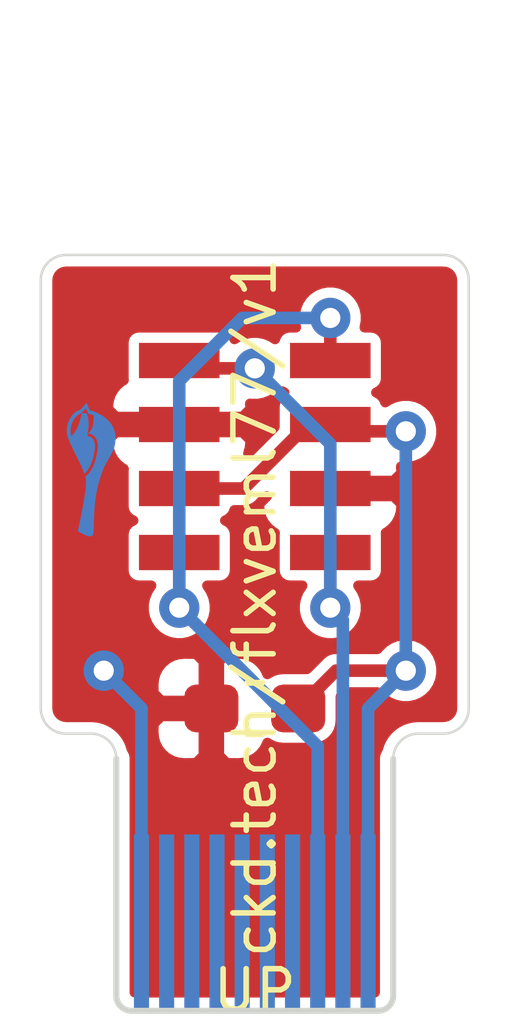
<source format=kicad_pcb>
(kicad_pcb (version 20171130) (host pcbnew 5.1.9)

  (general
    (thickness 1.6)
    (drawings 12)
    (tracks 33)
    (zones 0)
    (modules 5)
    (nets 11)
  )

  (page A4)
  (layers
    (0 F.Cu signal)
    (31 B.Cu signal)
    (32 B.Adhes user)
    (33 F.Adhes user)
    (34 B.Paste user)
    (35 F.Paste user)
    (36 B.SilkS user)
    (37 F.SilkS user)
    (38 B.Mask user)
    (39 F.Mask user)
    (40 Dwgs.User user)
    (41 Cmts.User user)
    (42 Eco1.User user)
    (43 Eco2.User user)
    (44 Edge.Cuts user)
    (45 Margin user)
    (46 B.CrtYd user)
    (47 F.CrtYd user)
    (48 B.Fab user)
    (49 F.Fab user)
  )

  (setup
    (last_trace_width 0.25)
    (trace_clearance 0.2)
    (zone_clearance 0.2032)
    (zone_45_only no)
    (trace_min 0.2)
    (via_size 0.8)
    (via_drill 0.4)
    (via_min_size 0.4)
    (via_min_drill 0.3)
    (uvia_size 0.3)
    (uvia_drill 0.1)
    (uvias_allowed no)
    (uvia_min_size 0.2)
    (uvia_min_drill 0.1)
    (edge_width 0.05)
    (segment_width 0.2)
    (pcb_text_width 0.3)
    (pcb_text_size 1.5 1.5)
    (mod_edge_width 0.12)
    (mod_text_size 1 1)
    (mod_text_width 0.15)
    (pad_size 1.524 1.524)
    (pad_drill 0.762)
    (pad_to_mask_clearance 0)
    (aux_axis_origin 0 0)
    (visible_elements FFFFFF7F)
    (pcbplotparams
      (layerselection 0x010fc_ffffffff)
      (usegerberextensions false)
      (usegerberattributes true)
      (usegerberadvancedattributes true)
      (creategerberjobfile true)
      (excludeedgelayer true)
      (linewidth 0.100000)
      (plotframeref false)
      (viasonmask false)
      (mode 1)
      (useauxorigin false)
      (hpglpennumber 1)
      (hpglpenspeed 20)
      (hpglpendiameter 15.000000)
      (psnegative false)
      (psa4output false)
      (plotreference true)
      (plotvalue true)
      (plotinvisibletext false)
      (padsonsilk false)
      (subtractmaskfromsilk false)
      (outputformat 1)
      (mirror false)
      (drillshape 1)
      (scaleselection 1)
      (outputdirectory ""))
  )

  (net 0 "")
  (net 1 GND)
  (net 2 +3V3)
  (net 3 /SDA)
  (net 4 /SCL)
  (net 5 "Net-(J1-Pad7)")
  (net 6 "Net-(J1-Pad6)")
  (net 7 "Net-(J1-Pad5)")
  (net 8 "Net-(J1-Pad4)")
  (net 9 "Net-(J1-Pad3)")
  (net 10 "Net-(J1-Pad2)")

  (net_class Default "This is the default net class."
    (clearance 0.2)
    (trace_width 0.25)
    (via_dia 0.8)
    (via_drill 0.4)
    (uvia_dia 0.3)
    (uvia_drill 0.1)
    (add_net +3V3)
    (add_net /SCL)
    (add_net /SDA)
    (add_net GND)
    (add_net "Net-(J1-Pad2)")
    (add_net "Net-(J1-Pad3)")
    (add_net "Net-(J1-Pad4)")
    (add_net "Net-(J1-Pad5)")
    (add_net "Net-(J1-Pad6)")
    (add_net "Net-(J1-Pad7)")
  )

  (module chickadee:chickadee_1mm_fcu (layer B.Cu) (tedit 0) (tstamp 602B3EE0)
    (at 151.75 137.25 270)
    (fp_text reference G*** (at 0 0 90) (layer B.SilkS) hide
      (effects (font (size 1.524 1.524) (thickness 0.3)) (justify mirror))
    )
    (fp_text value LOGO (at 0.75 0 90) (layer B.SilkS) hide
      (effects (font (size 1.524 1.524) (thickness 0.3)) (justify mirror))
    )
    (fp_poly (pts (xy -0.751055 0.478262) (xy -0.740197 0.47809) (xy -0.730723 0.47773) (xy -0.722118 0.477141)
      (xy -0.713865 0.47628) (xy -0.70545 0.475105) (xy -0.696354 0.473575) (xy -0.688824 0.472178)
      (xy -0.668645 0.467802) (xy -0.647697 0.462293) (xy -0.626971 0.455938) (xy -0.607454 0.449022)
      (xy -0.603553 0.447505) (xy -0.588749 0.44161) (xy -0.57422 0.435735) (xy -0.559834 0.429816)
      (xy -0.545459 0.423793) (xy -0.53096 0.417604) (xy -0.516205 0.411186) (xy -0.501061 0.404479)
      (xy -0.485395 0.397419) (xy -0.469075 0.389946) (xy -0.451967 0.381996) (xy -0.433938 0.37351)
      (xy -0.414856 0.364424) (xy -0.394588 0.354676) (xy -0.373001 0.344206) (xy -0.349961 0.33295)
      (xy -0.325337 0.320848) (xy -0.298994 0.307837) (xy -0.270801 0.293855) (xy -0.240623 0.278841)
      (xy -0.232834 0.274959) (xy -0.20683 0.262019) (xy -0.1828 0.250113) (xy -0.160573 0.239163)
      (xy -0.139975 0.229088) (xy -0.120835 0.219809) (xy -0.102979 0.211246) (xy -0.086235 0.20332)
      (xy -0.07043 0.195951) (xy -0.055393 0.189059) (xy -0.040951 0.182566) (xy -0.02693 0.17639)
      (xy -0.013159 0.170453) (xy 0.000534 0.164675) (xy 0.014324 0.158976) (xy 0.02838 0.153277)
      (xy 0.042878 0.147498) (xy 0.045892 0.146307) (xy 0.05462 0.14283) (xy 0.062601 0.139584)
      (xy 0.06956 0.136687) (xy 0.075225 0.134254) (xy 0.079322 0.132403) (xy 0.081579 0.131249)
      (xy 0.081934 0.130963) (xy 0.081281 0.129584) (xy 0.07909 0.126875) (xy 0.075635 0.123103)
      (xy 0.071192 0.118538) (xy 0.066037 0.113451) (xy 0.060445 0.108109) (xy 0.05469 0.102784)
      (xy 0.049048 0.097743) (xy 0.043794 0.093257) (xy 0.041602 0.091469) (xy 0.016105 0.072406)
      (xy -0.011573 0.054311) (xy -0.041388 0.037201) (xy -0.073297 0.021095) (xy -0.107257 0.006011)
      (xy -0.143223 -0.008033) (xy -0.181152 -0.02102) (xy -0.221001 -0.032931) (xy -0.262726 -0.043748)
      (xy -0.306283 -0.053453) (xy -0.313267 -0.054872) (xy -0.343166 -0.060463) (xy -0.371156 -0.064855)
      (xy -0.397423 -0.068061) (xy -0.422151 -0.070093) (xy -0.445525 -0.070965) (xy -0.467729 -0.070691)
      (xy -0.488949 -0.069283) (xy -0.498813 -0.068212) (xy -0.521261 -0.064581) (xy -0.541954 -0.059417)
      (xy -0.560863 -0.052737) (xy -0.577961 -0.044558) (xy -0.593218 -0.034896) (xy -0.606606 -0.023767)
      (xy -0.618098 -0.011189) (xy -0.627664 0.002822) (xy -0.63124 0.009407) (xy -0.635566 0.018965)
      (xy -0.639065 0.029004) (xy -0.641871 0.040027) (xy -0.644115 0.052536) (xy -0.645611 0.064095)
      (xy -0.646492 0.071948) (xy -0.670077 0.074004) (xy -0.677448 0.074643) (xy -0.684042 0.075209)
      (xy -0.689461 0.075667) (xy -0.693306 0.075984) (xy -0.695181 0.076127) (xy -0.695245 0.07613)
      (xy -0.696266 0.076844) (xy -0.696114 0.077357) (xy -0.696736 0.077875) (xy -0.699043 0.078007)
      (xy -0.70234 0.077811) (xy -0.705932 0.077344) (xy -0.709125 0.076664) (xy -0.710595 0.076163)
      (xy -0.712484 0.075643) (xy -0.71636 0.074799) (xy -0.721828 0.073712) (xy -0.728489 0.072458)
      (xy -0.735947 0.071116) (xy -0.73781 0.07079) (xy -0.765748 0.066159) (xy -0.79229 0.06226)
      (xy -0.818309 0.058976) (xy -0.844674 0.056191) (xy -0.852715 0.055442) (xy -0.860405 0.054896)
      (xy -0.869732 0.054473) (xy -0.880234 0.054174) (xy -0.891446 0.053999) (xy -0.902904 0.053948)
      (xy -0.914147 0.054021) (xy -0.92471 0.054219) (xy -0.93413 0.054542) (xy -0.941943 0.054989)
      (xy -0.946453 0.055405) (xy -0.971422 0.058715) (xy -0.995716 0.062791) (xy -1.019977 0.067766)
      (xy -1.044848 0.073775) (xy -1.070973 0.080952) (xy -1.076278 0.082502) (xy -1.084026 0.08483)
      (xy -1.089736 0.086663) (xy -1.093707 0.088122) (xy -1.096243 0.089327) (xy -1.097643 0.090398)
      (xy -1.098139 0.091211) (xy -1.098467 0.092964) (xy -1.099006 0.096836) (xy -1.099722 0.10254)
      (xy -1.10058 0.109789) (xy -1.101547 0.118296) (xy -1.102589 0.127772) (xy -1.103648 0.137709)
      (xy -1.10488 0.149597) (xy -1.105842 0.159286) (xy -1.10655 0.166979) (xy -1.107016 0.172878)
      (xy -1.107256 0.177189) (xy -1.107282 0.180112) (xy -1.107109 0.181853) (xy -1.10675 0.182614)
      (xy -1.106718 0.182636) (xy -1.104591 0.183421) (xy -1.101215 0.184189) (xy -1.100198 0.18436)
      (xy -1.096342 0.185056) (xy -1.090496 0.186241) (xy -1.08302 0.187834) (xy -1.074275 0.189753)
      (xy -1.06462 0.191915) (xy -1.054418 0.194239) (xy -1.044027 0.196642) (xy -1.033809 0.199043)
      (xy -1.024123 0.20136) (xy -1.015331 0.203511) (xy -1.008743 0.205168) (xy -0.973556 0.214549)
      (xy -0.940645 0.224093) (xy -0.90987 0.233848) (xy -0.881091 0.24386) (xy -0.854167 0.254177)
      (xy -0.828959 0.264846) (xy -0.824895 0.26667) (xy -0.800664 0.278482) (xy -0.775989 0.292107)
      (xy -0.751459 0.307169) (xy -0.727664 0.323292) (xy -0.705192 0.340102) (xy -0.690034 0.352531)
      (xy -0.683978 0.357798) (xy -0.677692 0.363425) (xy -0.671423 0.369174) (xy -0.665415 0.374808)
      (xy -0.659915 0.380091) (xy -0.655168 0.384786) (xy -0.65142 0.388655) (xy -0.648916 0.391462)
      (xy -0.647903 0.392969) (xy -0.647925 0.393131) (xy -0.649695 0.394005) (xy -0.653455 0.395334)
      (xy -0.65884 0.397014) (xy -0.665488 0.398936) (xy -0.673035 0.400993) (xy -0.681118 0.403078)
      (xy -0.684591 0.403938) (xy -0.708558 0.408878) (xy -0.732627 0.411967) (xy -0.757032 0.4132)
      (xy -0.782007 0.41257) (xy -0.807787 0.410072) (xy -0.834605 0.405698) (xy -0.862698 0.399443)
      (xy -0.863366 0.399276) (xy -0.891925 0.391136) (xy -0.919308 0.38139) (xy -0.945414 0.370115)
      (xy -0.970139 0.35739) (xy -0.993384 0.343295) (xy -1.015047 0.327907) (xy -1.035025 0.311306)
      (xy -1.053219 0.293571) (xy -1.069526 0.27478) (xy -1.083845 0.255012) (xy -1.096074 0.234346)
      (xy -1.106113 0.21286) (xy -1.107314 0.209852) (xy -1.111098 0.200176) (xy -1.161823 0.151899)
      (xy -1.171085 0.143077) (xy -1.17981 0.134752) (xy -1.187845 0.127072) (xy -1.195032 0.120187)
      (xy -1.201217 0.114246) (xy -1.206244 0.109399) (xy -1.209958 0.105796) (xy -1.212202 0.103584)
      (xy -1.212838 0.102913) (xy -1.211825 0.102298) (xy -1.208807 0.1008) (xy -1.203992 0.098515)
      (xy -1.197588 0.095538) (xy -1.189803 0.091966) (xy -1.180843 0.087894) (xy -1.170918 0.083418)
      (xy -1.160235 0.078633) (xy -1.15768 0.077494) (xy -1.102232 0.052782) (xy -1.096459 0.032136)
      (xy -1.09368 0.02255) (xy -1.090305 0.011471) (xy -1.086544 -0.000459) (xy -1.082605 -0.012597)
      (xy -1.078695 -0.024301) (xy -1.075024 -0.034927) (xy -1.071939 -0.043459) (xy -1.070071 -0.048152)
      (xy -1.068522 -0.051057) (xy -1.066925 -0.052708) (xy -1.064973 -0.05362) (xy -1.062469 -0.05402)
      (xy -1.057902 -0.054341) (xy -1.051625 -0.054586) (xy -1.043993 -0.054753) (xy -1.03536 -0.054845)
      (xy -1.026079 -0.054862) (xy -1.016506 -0.054804) (xy -1.006993 -0.054672) (xy -0.997896 -0.054468)
      (xy -0.989567 -0.054192) (xy -0.982362 -0.053844) (xy -0.976691 -0.053431) (xy -0.920825 -0.047387)
      (xy -0.886581 -0.042801) (xy -0.871934 -0.040594) (xy -0.859311 -0.038434) (xy -0.84832 -0.036214)
      (xy -0.838572 -0.033826) (xy -0.829675 -0.031165) (xy -0.821239 -0.028123) (xy -0.812873 -0.024592)
      (xy -0.804186 -0.020466) (xy -0.803124 -0.019936) (xy -0.783962 -0.009126) (xy -0.765171 0.003847)
      (xy -0.747066 0.018724) (xy -0.729964 0.035249) (xy -0.716319 0.05056) (xy -0.709991 0.058183)
      (xy -0.709991 0.054007) (xy -0.709644 0.048906) (xy -0.708688 0.0421) (xy -0.707244 0.034188)
      (xy -0.705437 0.025769) (xy -0.703389 0.017443) (xy -0.701225 0.00981) (xy -0.700298 0.006914)
      (xy -0.692278 -0.013452) (xy -0.682339 -0.032358) (xy -0.670511 -0.049779) (xy -0.656825 -0.065687)
      (xy -0.64131 -0.080055) (xy -0.623997 -0.092858) (xy -0.604916 -0.104068) (xy -0.584098 -0.113659)
      (xy -0.561572 -0.121604) (xy -0.551543 -0.124461) (xy -0.53363 -0.128669) (xy -0.515193 -0.13186)
      (xy -0.495797 -0.134083) (xy -0.475006 -0.135387) (xy -0.452386 -0.135823) (xy -0.451757 -0.135823)
      (xy -0.434211 -0.135614) (xy -0.417169 -0.134964) (xy -0.400234 -0.133829) (xy -0.383009 -0.132163)
      (xy -0.365099 -0.129922) (xy -0.346105 -0.127063) (xy -0.325633 -0.12354) (xy -0.303284 -0.119309)
      (xy -0.301776 -0.119012) (xy -0.259453 -0.109967) (xy -0.218482 -0.099807) (xy -0.178944 -0.088571)
      (xy -0.140924 -0.076295) (xy -0.104503 -0.063018) (xy -0.069763 -0.048776) (xy -0.036788 -0.033608)
      (xy -0.00566 -0.01755) (xy 0.023538 -0.000641) (xy 0.050725 0.017083) (xy 0.075816 0.035584)
      (xy 0.098731 0.054824) (xy 0.114905 0.070184) (xy 0.120437 0.075893) (xy 0.126094 0.081986)
      (xy 0.131319 0.087845) (xy 0.135552 0.092853) (xy 0.136676 0.094266) (xy 0.140136 0.098703)
      (xy 0.143204 0.102623) (xy 0.145471 0.105506) (xy 0.146352 0.106613) (xy 0.147293 0.107626)
      (xy 0.148435 0.108157) (xy 0.150288 0.108205) (xy 0.153363 0.107765) (xy 0.158172 0.106836)
      (xy 0.159657 0.106536) (xy 0.195236 0.100557) (xy 0.231034 0.096975) (xy 0.267112 0.095784)
      (xy 0.303528 0.096983) (xy 0.309033 0.097369) (xy 0.33794 0.099793) (xy 0.369079 0.10289)
      (xy 0.402365 0.106645) (xy 0.43771 0.111044) (xy 0.475028 0.116071) (xy 0.514232 0.121712)
      (xy 0.555236 0.127952) (xy 0.597954 0.134775) (xy 0.642299 0.142167) (xy 0.688184 0.150112)
      (xy 0.735522 0.158596) (xy 0.784229 0.167604) (xy 0.834216 0.177121) (xy 0.885397 0.187132)
      (xy 0.937686 0.197621) (xy 0.990997 0.208574) (xy 1.045242 0.219976) (xy 1.100336 0.231812)
      (xy 1.152676 0.243289) (xy 1.167931 0.246667) (xy 1.181034 0.249509) (xy 1.192203 0.251767)
      (xy 1.201653 0.253396) (xy 1.209604 0.25435) (xy 1.21627 0.254583) (xy 1.22187 0.254048)
      (xy 1.22662 0.252699) (xy 1.230737 0.25049) (xy 1.234439 0.247376) (xy 1.237943 0.243309)
      (xy 1.241464 0.238245) (xy 1.245221 0.232136) (xy 1.249431 0.224936) (xy 1.250898 0.222413)
      (xy 1.263676 0.199861) (xy 1.275653 0.17749) (xy 1.286693 0.155584) (xy 1.296661 0.134429)
      (xy 1.305422 0.114311) (xy 1.31284 0.095514) (xy 1.317593 0.081991) (xy 1.322894 0.064021)
      (xy 1.326568 0.047251) (xy 1.328625 0.03176) (xy 1.329075 0.017625) (xy 1.327926 0.004925)
      (xy 1.325189 -0.006261) (xy 1.320872 -0.015856) (xy 1.314984 -0.023781) (xy 1.307537 -0.029958)
      (xy 1.303928 -0.032021) (xy 1.300454 -0.033653) (xy 1.296665 -0.035151) (xy 1.292439 -0.036525)
      (xy 1.287653 -0.037786) (xy 1.282186 -0.038942) (xy 1.275913 -0.040003) (xy 1.268713 -0.04098)
      (xy 1.260463 -0.04188) (xy 1.251042 -0.042715) (xy 1.240325 -0.043494) (xy 1.228191 -0.044227)
      (xy 1.214517 -0.044922) (xy 1.199181 -0.04559) (xy 1.18206 -0.046241) (xy 1.163032 -0.046884)
      (xy 1.141974 -0.047529) (xy 1.118764 -0.048185) (xy 1.093279 -0.048862) (xy 1.088571 -0.048983)
      (xy 1.046716 -0.050128) (xy 1.007089 -0.051355) (xy 0.969499 -0.052676) (xy 0.933756 -0.054101)
      (xy 0.89967 -0.05564) (xy 0.867049 -0.057304) (xy 0.835705 -0.059104) (xy 0.805446 -0.06105)
      (xy 0.776082 -0.063153) (xy 0.747423 -0.065423) (xy 0.719279 -0.06787) (xy 0.691458 -0.070505)
      (xy 0.682171 -0.071433) (xy 0.638046 -0.076175) (xy 0.595372 -0.081351) (xy 0.553893 -0.087019)
      (xy 0.513353 -0.093237) (xy 0.473495 -0.100063) (xy 0.434062 -0.107556) (xy 0.394799 -0.115773)
      (xy 0.355447 -0.124772) (xy 0.315751 -0.134612) (xy 0.275454 -0.145351) (xy 0.234299 -0.157047)
      (xy 0.192031 -0.169758) (xy 0.148391 -0.183541) (xy 0.103124 -0.198456) (xy 0.067128 -0.210703)
      (xy 0.050033 -0.216706) (xy 0.033737 -0.22268) (xy 0.018009 -0.228737) (xy 0.00262 -0.234985)
      (xy -0.012659 -0.241535) (xy -0.028057 -0.248495) (xy -0.043805 -0.255977) (xy -0.060132 -0.26409)
      (xy -0.077267 -0.272943) (xy -0.09544 -0.282647) (xy -0.114881 -0.293311) (xy -0.135818 -0.305046)
      (xy -0.158481 -0.31796) (xy -0.165705 -0.322112) (xy -0.185804 -0.333676) (xy -0.203965 -0.344109)
      (xy -0.220343 -0.353494) (xy -0.23509 -0.361917) (xy -0.248361 -0.369461) (xy -0.260307 -0.376212)
      (xy -0.271084 -0.382255) (xy -0.280845 -0.387673) (xy -0.289742 -0.392552) (xy -0.29793 -0.396976)
      (xy -0.305562 -0.40103) (xy -0.312792 -0.404799) (xy -0.319772 -0.408367) (xy -0.326657 -0.411818)
      (xy -0.333599 -0.415239) (xy -0.340753 -0.418712) (xy -0.341381 -0.419015) (xy -0.364503 -0.429794)
      (xy -0.386315 -0.439138) (xy -0.407286 -0.447182) (xy -0.427889 -0.454061) (xy -0.448591 -0.459909)
      (xy -0.469865 -0.464861) (xy -0.492181 -0.46905) (xy -0.516008 -0.472613) (xy -0.538238 -0.475296)
      (xy -0.552291 -0.476585) (xy -0.568044 -0.4776) (xy -0.584792 -0.478321) (xy -0.60183 -0.478731)
      (xy -0.618453 -0.478811) (xy -0.633956 -0.478541) (xy -0.644072 -0.478117) (xy -0.671345 -0.475839)
      (xy -0.69893 -0.472026) (xy -0.726419 -0.46678) (xy -0.753406 -0.460204) (xy -0.779482 -0.4524)
      (xy -0.804241 -0.44347) (xy -0.827275 -0.433518) (xy -0.833483 -0.4305) (xy -0.861248 -0.415327)
      (xy -0.88841 -0.397854) (xy -0.914921 -0.378135) (xy -0.940733 -0.356223) (xy -0.965799 -0.332172)
      (xy -0.990071 -0.306038) (xy -1.0135 -0.277873) (xy -1.036038 -0.247732) (xy -1.057639 -0.215669)
      (xy -1.078253 -0.181738) (xy -1.097833 -0.145993) (xy -1.113293 -0.114926) (xy -1.11958 -0.101241)
      (xy -1.125622 -0.087059) (xy -1.131591 -0.071936) (xy -1.137662 -0.05543) (xy -1.144008 -0.037098)
      (xy -1.145498 -0.032657) (xy -1.148127 -0.024618) (xy -1.150906 -0.015845) (xy -1.153712 -0.006745)
      (xy -1.156426 0.002272) (xy -1.158926 0.010798) (xy -1.161091 0.018422) (xy -1.162802 0.024738)
      (xy -1.163936 0.029335) (xy -1.164214 0.030666) (xy -1.164957 0.03463) (xy -1.235111 0.062939)
      (xy -1.247447 0.067926) (xy -1.259106 0.072657) (xy -1.269898 0.077052) (xy -1.27963 0.081033)
      (xy -1.28811 0.084521) (xy -1.295147 0.087438) (xy -1.300548 0.089703) (xy -1.304123 0.091238)
      (xy -1.30568 0.091965) (xy -1.305731 0.092004) (xy -1.304928 0.092912) (xy -1.302459 0.095297)
      (xy -1.298465 0.09903) (xy -1.293088 0.103981) (xy -1.28647 0.11002) (xy -1.278753 0.117019)
      (xy -1.27008 0.124849) (xy -1.260592 0.133379) (xy -1.250432 0.142481) (xy -1.241731 0.150251)
      (xy -1.229382 0.161267) (xy -1.218715 0.170796) (xy -1.209601 0.17896) (xy -1.201915 0.185881)
      (xy -1.19553 0.191679) (xy -1.19032 0.196477) (xy -1.186157 0.200396) (xy -1.182916 0.203557)
      (xy -1.180469 0.206081) (xy -1.178691 0.20809) (xy -1.177454 0.209706) (xy -1.176632 0.21105)
      (xy -1.176099 0.212243) (xy -1.175728 0.213407) (xy -1.175665 0.213635) (xy -1.173467 0.220681)
      (xy -1.170347 0.229235) (xy -1.166551 0.238692) (xy -1.162329 0.248443) (xy -1.15793 0.257883)
      (xy -1.155669 0.262439) (xy -1.144544 0.282396) (xy -1.13178 0.301639) (xy -1.117143 0.320486)
      (xy -1.100401 0.339256) (xy -1.095894 0.343938) (xy -1.076863 0.362294) (xy -1.057224 0.378917)
      (xy -1.036565 0.394104) (xy -1.014474 0.408152) (xy -0.990538 0.421359) (xy -0.983343 0.424999)
      (xy -0.96001 0.435927) (xy -0.936691 0.44547) (xy -0.912965 0.453758) (xy -0.888409 0.460917)
      (xy -0.862604 0.467077) (xy -0.835128 0.472366) (xy -0.819196 0.474942) (xy -0.812395 0.475943)
      (xy -0.806454 0.47672) (xy -0.800894 0.477302) (xy -0.795236 0.477717) (xy -0.789003 0.477995)
      (xy -0.781715 0.478164) (xy -0.772895 0.478254) (xy -0.763815 0.478289) (xy -0.751055 0.478262)) (layer B.Cu) (width 0.01))
    (fp_poly (pts (xy -0.740218 0.506365) (xy -0.727246 0.505756) (xy -0.714938 0.504703) (xy -0.702716 0.50316)
      (xy -0.690001 0.501082) (xy -0.681416 0.499466) (xy -0.668742 0.496844) (xy -0.656651 0.494038)
      (xy -0.644785 0.490934) (xy -0.632786 0.487418) (xy -0.620294 0.483375) (xy -0.606953 0.478691)
      (xy -0.592402 0.473251) (xy -0.576284 0.466941) (xy -0.56409 0.462032) (xy -0.5479 0.455381)
      (xy -0.531464 0.448477) (xy -0.514643 0.441253) (xy -0.497298 0.433646) (xy -0.479292 0.42559)
      (xy -0.460485 0.417021) (xy -0.440738 0.407873) (xy -0.419914 0.398081) (xy -0.397874 0.38758)
      (xy -0.374478 0.376306) (xy -0.349589 0.364193) (xy -0.323068 0.351176) (xy -0.294776 0.337191)
      (xy -0.264575 0.322172) (xy -0.244771 0.312282) (xy -0.216755 0.298298) (xy -0.190721 0.285361)
      (xy -0.166506 0.273396) (xy -0.143949 0.262329) (xy -0.122888 0.252085) (xy -0.103161 0.242591)
      (xy -0.084605 0.233772) (xy -0.06706 0.225553) (xy -0.050362 0.21786) (xy -0.034351 0.210619)
      (xy -0.018864 0.203756) (xy -0.003738 0.197195) (xy 0.011187 0.190863) (xy 0.026074 0.184686)
      (xy 0.041084 0.178588) (xy 0.05638 0.172496) (xy 0.072124 0.166335) (xy 0.078014 0.164054)
      (xy 0.086239 0.16087) (xy 0.093878 0.157898) (xy 0.100592 0.15527) (xy 0.106042 0.153121)
      (xy 0.10989 0.151582) (xy 0.111739 0.150813) (xy 0.115226 0.14925) (xy 0.106187 0.138427)
      (xy 0.091936 0.122587) (xy 0.075546 0.106554) (xy 0.057264 0.090517) (xy 0.03734 0.074664)
      (xy 0.016022 0.059185) (xy -0.006442 0.044268) (xy -0.029801 0.030102) (xy -0.053808 0.016876)
      (xy -0.054429 0.016551) (xy -0.085769 0.001162) (xy -0.119063 -0.013354) (xy -0.153971 -0.026898)
      (xy -0.190155 -0.03937) (xy -0.227276 -0.050672) (xy -0.264996 -0.060705) (xy -0.302977 -0.069369)
      (xy -0.340879 -0.076567) (xy -0.378365 -0.082198) (xy -0.401562 -0.084891) (xy -0.408439 -0.085432)
      (xy -0.417079 -0.085856) (xy -0.427032 -0.086164) (xy -0.437848 -0.086356) (xy -0.449077 -0.086432)
      (xy -0.460268 -0.086392) (xy -0.470971 -0.086235) (xy -0.480737 -0.085962) (xy -0.489114 -0.085572)
      (xy -0.495654 -0.085066) (xy -0.497115 -0.084901) (xy -0.521178 -0.08105) (xy -0.543361 -0.075721)
      (xy -0.563654 -0.068916) (xy -0.582044 -0.06064) (xy -0.598522 -0.050896) (xy -0.604822 -0.046404)
      (xy -0.618758 -0.034555) (xy -0.630647 -0.021498) (xy -0.640609 -0.007068) (xy -0.648764 0.008901)
      (xy -0.652863 0.019352) (xy -0.656022 0.029007) (xy -0.658281 0.037785) (xy -0.659761 0.046453)
      (xy -0.660585 0.055776) (xy -0.660874 0.06652) (xy -0.660876 0.069704) (xy -0.660808 0.089212)
      (xy -0.668705 0.090022) (xy -0.676603 0.090831) (xy -0.685132 0.085027) (xy -0.693662 0.079224)
      (xy -0.694015 0.067733) (xy -0.693479 0.051628) (xy -0.691017 0.034785) (xy -0.686778 0.017706)
      (xy -0.680911 0.000896) (xy -0.673565 -0.015142) (xy -0.665172 -0.029481) (xy -0.652904 -0.045887)
      (xy -0.638847 -0.060669) (xy -0.623008 -0.073824) (xy -0.605394 -0.085348) (xy -0.586013 -0.095238)
      (xy -0.56487 -0.103489) (xy -0.541975 -0.110098) (xy -0.517333 -0.115063) (xy -0.490951 -0.118378)
      (xy -0.487918 -0.118644) (xy -0.478325 -0.11922) (xy -0.466867 -0.119531) (xy -0.454084 -0.11959)
      (xy -0.440513 -0.11941) (xy -0.426694 -0.119005) (xy -0.413164 -0.118386) (xy -0.400463 -0.117567)
      (xy -0.389129 -0.116562) (xy -0.385652 -0.116176) (xy -0.347121 -0.110836) (xy -0.30805 -0.103876)
      (xy -0.268821 -0.095403) (xy -0.229814 -0.085524) (xy -0.191411 -0.074345) (xy -0.153991 -0.061972)
      (xy -0.117937 -0.048512) (xy -0.083629 -0.03407) (xy -0.071241 -0.0284) (xy -0.041296 -0.013587)
      (xy -0.012555 0.002198) (xy 0.014822 0.018839) (xy 0.040677 0.03622) (xy 0.064854 0.054226)
      (xy 0.087192 0.072741) (xy 0.107535 0.091649) (xy 0.125724 0.110834) (xy 0.136583 0.123731)
      (xy 0.141664 0.129921) (xy 0.14549 0.134197) (xy 0.148154 0.136652) (xy 0.149746 0.13738)
      (xy 0.149865 0.137358) (xy 0.154862 0.13611) (xy 0.161873 0.134695) (xy 0.170501 0.13317)
      (xy 0.180352 0.131591) (xy 0.191031 0.130016) (xy 0.202141 0.128502) (xy 0.213288 0.127106)
      (xy 0.224076 0.125885) (xy 0.23411 0.124896) (xy 0.238881 0.124494) (xy 0.249255 0.123899)
      (xy 0.260746 0.123665) (xy 0.273504 0.123803) (xy 0.287683 0.124321) (xy 0.303434 0.125229)
      (xy 0.320911 0.126536) (xy 0.340265 0.12825) (xy 0.36165 0.130382) (xy 0.385216 0.132941)
      (xy 0.39249 0.133765) (xy 0.426067 0.137815) (xy 0.461866 0.142542) (xy 0.499791 0.147928)
      (xy 0.539748 0.153956) (xy 0.581641 0.160608) (xy 0.625375 0.167868) (xy 0.670854 0.175717)
      (xy 0.717983 0.184139) (xy 0.766666 0.193116) (xy 0.816809 0.20263) (xy 0.868316 0.212665)
      (xy 0.921091 0.223203) (xy 0.97504 0.234227) (xy 1.030066 0.245718) (xy 1.086076 0.257661)
      (xy 1.142972 0.270037) (xy 1.152676 0.272172) (xy 1.163487 0.274537) (xy 1.173796 0.276759)
      (xy 1.183312 0.278778) (xy 1.191742 0.280533) (xy 1.198794 0.281963) (xy 1.204178 0.283009)
      (xy 1.207601 0.28361) (xy 1.208314 0.283708) (xy 1.217701 0.283679) (xy 1.227633 0.281761)
      (xy 1.237487 0.278181) (xy 1.246639 0.273167) (xy 1.254467 0.266949) (xy 1.254712 0.26671)
      (xy 1.2584 0.262472) (xy 1.262934 0.256257) (xy 1.268185 0.248303) (xy 1.274022 0.238847)
      (xy 1.280315 0.228126) (xy 1.286935 0.216377) (xy 1.293752 0.203836) (xy 1.300636 0.190741)
      (xy 1.307456 0.17733) (xy 1.314084 0.163838) (xy 1.32039 0.150504) (xy 1.326242 0.137563)
      (xy 1.329236 0.130667) (xy 1.338657 0.107031) (xy 1.346158 0.08477) (xy 1.351736 0.063898)
      (xy 1.355389 0.044425) (xy 1.357117 0.026362) (xy 1.356916 0.00972) (xy 1.354787 -0.005488)
      (xy 1.350961 -0.018636) (xy 1.347676 -0.025583) (xy 1.343025 -0.033096) (xy 1.337609 -0.040329)
      (xy 1.332025 -0.046437) (xy 1.329973 -0.048295) (xy 1.324697 -0.052378) (xy 1.318999 -0.055984)
      (xy 1.312693 -0.059149) (xy 1.305592 -0.061911) (xy 1.29751 -0.064308) (xy 1.28826 -0.066378)
      (xy 1.277656 -0.068158) (xy 1.265511 -0.069686) (xy 1.251638 -0.071001) (xy 1.235851 -0.072139)
      (xy 1.217964 -0.073138) (xy 1.204081 -0.073777) (xy 1.197302 -0.074044) (xy 1.188447 -0.074357)
      (xy 1.177857 -0.074707) (xy 1.165873 -0.075084) (xy 1.152838 -0.075475) (xy 1.139094 -0.075872)
      (xy 1.124981 -0.076264) (xy 1.110842 -0.07664) (xy 1.10369 -0.076824) (xy 1.067359 -0.077782)
      (xy 1.033242 -0.078764) (xy 1.001133 -0.079779) (xy 0.970826 -0.080837) (xy 0.942116 -0.081948)
      (xy 0.914798 -0.083123) (xy 0.888666 -0.084372) (xy 0.863515 -0.085705) (xy 0.839139 -0.087131)
      (xy 0.815333 -0.088661) (xy 0.791891 -0.090305) (xy 0.768608 -0.092073) (xy 0.745278 -0.093976)
      (xy 0.732971 -0.095029) (xy 0.680717 -0.099937) (xy 0.630485 -0.105429) (xy 0.581936 -0.111574)
      (xy 0.53473 -0.118444) (xy 0.488526 -0.126107) (xy 0.442986 -0.134635) (xy 0.397768 -0.144097)
      (xy 0.352533 -0.154564) (xy 0.306941 -0.166105) (xy 0.260651 -0.178791) (xy 0.213325 -0.192692)
      (xy 0.164622 -0.207878) (xy 0.127605 -0.219948) (xy 0.108181 -0.226428) (xy 0.090206 -0.232519)
      (xy 0.073482 -0.238313) (xy 0.057815 -0.243901) (xy 0.043007 -0.249374) (xy 0.028863 -0.254823)
      (xy 0.015187 -0.260341) (xy 0.001782 -0.266017) (xy -0.011546 -0.271944) (xy -0.024995 -0.278212)
      (xy -0.03876 -0.284913) (xy -0.053037 -0.292138) (xy -0.068022 -0.299979) (xy -0.083912 -0.308526)
      (xy -0.100902 -0.317871) (xy -0.119188 -0.328106) (xy -0.138967 -0.33932) (xy -0.160434 -0.351606)
      (xy -0.182638 -0.364394) (xy -0.199847 -0.374312) (xy -0.215197 -0.383126) (xy -0.228913 -0.390959)
      (xy -0.241219 -0.397936) (xy -0.252341 -0.404181) (xy -0.262504 -0.409818) (xy -0.271932 -0.41497)
      (xy -0.280851 -0.419762) (xy -0.289485 -0.424318) (xy -0.298059 -0.428761) (xy -0.306798 -0.433216)
      (xy -0.314476 -0.437081) (xy -0.336871 -0.448025) (xy -0.357712 -0.457612) (xy -0.377359 -0.465965)
      (xy -0.396171 -0.473207) (xy -0.414507 -0.479463) (xy -0.432725 -0.484858) (xy -0.451186 -0.489514)
      (xy -0.470246 -0.493555) (xy -0.486523 -0.496489) (xy -0.506846 -0.499706) (xy -0.525561 -0.502234)
      (xy -0.543361 -0.504129) (xy -0.56094 -0.505448) (xy -0.57899 -0.506246) (xy -0.598206 -0.506579)
      (xy -0.611415 -0.506574) (xy -0.620531 -0.506506) (xy -0.629117 -0.506417) (xy -0.636799 -0.506315)
      (xy -0.643201 -0.506203) (xy -0.647949 -0.506089) (xy -0.650667 -0.505977) (xy -0.650724 -0.505973)
      (xy -0.68194 -0.502882) (xy -0.712732 -0.498204) (xy -0.742805 -0.492014) (xy -0.771868 -0.484388)
      (xy -0.799627 -0.4754) (xy -0.825787 -0.465126) (xy -0.845557 -0.455937) (xy -0.874986 -0.439858)
      (xy -0.903658 -0.421501) (xy -0.931547 -0.400894) (xy -0.958627 -0.378065) (xy -0.984871 -0.353043)
      (xy -1.010253 -0.325855) (xy -1.034748 -0.29653) (xy -1.058329 -0.265096) (xy -1.08097 -0.23158)
      (xy -1.102645 -0.196012) (xy -1.123328 -0.158418) (xy -1.124812 -0.15557) (xy -1.1375 -0.129851)
      (xy -1.149333 -0.103196) (xy -1.160434 -0.075284) (xy -1.170927 -0.045797) (xy -1.180933 -0.014413)
      (xy -1.186591 0.004883) (xy -1.189185 0.013999) (xy -1.273438 0.047985) (xy -1.286973 0.053462)
      (xy -1.299836 0.0587) (xy -1.311852 0.063627) (xy -1.322848 0.068169) (xy -1.332651 0.072255)
      (xy -1.341087 0.07581) (xy -1.347981 0.078763) (xy -1.353162 0.081041) (xy -1.356455 0.082571)
      (xy -1.357686 0.08328) (xy -1.357691 0.083296) (xy -1.356808 0.084282) (xy -1.354247 0.086755)
      (xy -1.350138 0.090596) (xy -1.344613 0.095686) (xy -1.337802 0.101906) (xy -1.329837 0.109136)
      (xy -1.320848 0.117259) (xy -1.310966 0.126155) (xy -1.300322 0.135705) (xy -1.289047 0.145791)
      (xy -1.280281 0.153612) (xy -1.202872 0.222603) (xy -1.197942 0.236221) (xy -1.188227 0.260247)
      (xy -1.176828 0.283185) (xy -1.163605 0.305244) (xy -1.148419 0.326632) (xy -1.131131 0.347559)
      (xy -1.1116 0.368232) (xy -1.105981 0.373743) (xy -1.082901 0.394375) (xy -1.058013 0.413466)
      (xy -1.031406 0.430968) (xy -1.003171 0.446838) (xy -0.973399 0.46103) (xy -0.942181 0.473498)
      (xy -0.909608 0.484198) (xy -0.87577 0.493083) (xy -0.859972 0.496514) (xy -0.84475 0.499475)
      (xy -0.831131 0.501797) (xy -0.818407 0.503556) (xy -0.805872 0.504833) (xy -0.792818 0.505704)
      (xy -0.778538 0.50625) (xy -0.770467 0.506429) (xy -0.754432 0.506574) (xy -0.740218 0.506365)) (layer B.Mask) (width 0.01))
  )

  (module chickadee:VEML7700 (layer F.Cu) (tedit 602AE04B) (tstamp 602B3B9C)
    (at 156.5 137 270)
    (path /602AF6A2)
    (fp_text reference J3 (at 0 1.905 90) (layer F.SilkS) hide
      (effects (font (size 1 1) (thickness 0.15)))
    )
    (fp_text value Conn_01x04 (at 0 -1.905 90) (layer F.Fab)
      (effects (font (size 1 1) (thickness 0.15)))
    )
    (fp_line (start 0 0.4) (end 3.4 0.4) (layer F.CrtYd) (width 0.12))
    (fp_line (start 3.4 0.4) (end 3.4 -1.95) (layer F.CrtYd) (width 0.12))
    (fp_line (start 3.4 -1.95) (end -3.4 -1.95) (layer F.CrtYd) (width 0.12))
    (fp_line (start -3.4 -1.95) (end -3.4 0.4) (layer F.CrtYd) (width 0.12))
    (fp_line (start -3.4 0.4) (end 0 0.4) (layer F.CrtYd) (width 0.12))
    (fp_line (start 3.4 -1.95) (end 3.4 -2.6) (layer F.CrtYd) (width 0.12))
    (fp_line (start 3.4 -2.6) (end -3.4 -2.6) (layer F.CrtYd) (width 0.12))
    (fp_line (start -3.4 -2.6) (end -3.4 -1.95) (layer F.CrtYd) (width 0.12))
    (pad 4 smd rect (at 1.905 0 270) (size 0.7 1.6) (layers F.Cu F.Paste F.Mask)
      (net 3 /SDA))
    (pad 3 smd rect (at 0.635 0 270) (size 0.7 1.6) (layers F.Cu F.Paste F.Mask)
      (net 1 GND))
    (pad 2 smd rect (at -0.635 0 270) (size 0.7 1.6) (layers F.Cu F.Paste F.Mask)
      (net 2 +3V3))
    (pad 1 smd rect (at -1.905 0 270) (size 0.7 1.6) (layers F.Cu F.Paste F.Mask)
      (net 4 /SCL))
  )

  (module chickadee:VEML7700 (layer F.Cu) (tedit 602AE04B) (tstamp 602B3B8C)
    (at 153.5 137 90)
    (path /602AF865)
    (fp_text reference J2 (at 0 1.905 90) (layer F.SilkS) hide
      (effects (font (size 1 1) (thickness 0.15)))
    )
    (fp_text value Conn_01x04 (at 0 -1.75 90) (layer F.Fab)
      (effects (font (size 1 1) (thickness 0.15)))
    )
    (fp_line (start 0 0.4) (end 3.4 0.4) (layer F.CrtYd) (width 0.12))
    (fp_line (start 3.4 0.4) (end 3.4 -1.95) (layer F.CrtYd) (width 0.12))
    (fp_line (start 3.4 -1.95) (end -3.4 -1.95) (layer F.CrtYd) (width 0.12))
    (fp_line (start -3.4 -1.95) (end -3.4 0.4) (layer F.CrtYd) (width 0.12))
    (fp_line (start -3.4 0.4) (end 0 0.4) (layer F.CrtYd) (width 0.12))
    (fp_line (start 3.4 -1.95) (end 3.4 -2.6) (layer F.CrtYd) (width 0.12))
    (fp_line (start 3.4 -2.6) (end -3.4 -2.6) (layer F.CrtYd) (width 0.12))
    (fp_line (start -3.4 -2.6) (end -3.4 -1.95) (layer F.CrtYd) (width 0.12))
    (pad 4 smd rect (at 1.905 0 90) (size 0.7 1.6) (layers F.Cu F.Paste F.Mask)
      (net 3 /SDA))
    (pad 3 smd rect (at 0.635 0 90) (size 0.7 1.6) (layers F.Cu F.Paste F.Mask)
      (net 1 GND))
    (pad 2 smd rect (at -0.635 0 90) (size 0.7 1.6) (layers F.Cu F.Paste F.Mask)
      (net 2 +3V3))
    (pad 1 smd rect (at -1.905 0 90) (size 0.7 1.6) (layers F.Cu F.Paste F.Mask)
      (net 4 /SCL))
  )

  (module 10posFPC:10pins-flex (layer F.Cu) (tedit 6028A0C3) (tstamp 602B3B7C)
    (at 155 148)
    (path /602ADC47)
    (attr smd)
    (fp_text reference J1 (at 0 0.6) (layer F.SilkS) hide
      (effects (font (size 1 1) (thickness 0.15)))
    )
    (fp_text value 10POSFPC (at 0 -2.75) (layer F.Fab)
      (effects (font (size 1 1) (thickness 0.15)))
    )
    (fp_text user 15mm (at 0 -19.05) (layer Dwgs.User)
      (effects (font (size 1 1) (thickness 0.15)))
    )
    (fp_text user 5mm (at -0.05 -9.2) (layer Dwgs.User)
      (effects (font (size 1 1) (thickness 0.15)))
    )
    (fp_text user 10mm (at -0.05 -14.15) (layer Dwgs.User)
      (effects (font (size 1 1) (thickness 0.15)))
    )
    (fp_text user "Copper Fill" (at 0 -4.25) (layer Cmts.User)
      (effects (font (size 1 1) (thickness 0.15)))
    )
    (fp_text user UP (at 0 -0.4) (layer F.SilkS)
      (effects (font (size 0.8 0.8) (thickness 0.11)))
    )
    (fp_arc (start -2.45 -0.3) (end -2.75 -0.3) (angle -90) (layer Edge.Cuts) (width 0.12))
    (fp_arc (start 2.45 -0.3) (end 2.45 0) (angle -90) (layer Edge.Cuts) (width 0.12))
    (fp_line (start -2.75 -20) (end 2.75 -20) (layer Dwgs.User) (width 0.12))
    (fp_line (start -2.75 -15) (end 2.75 -15) (layer Dwgs.User) (width 0.12))
    (fp_line (start -2.75 -10) (end 2.75 -10) (layer Dwgs.User) (width 0.12))
    (fp_line (start -2.45 0) (end 2.45 0) (layer Edge.Cuts) (width 0.12))
    (fp_line (start -2.75 -0.3) (end -2.75 -5) (layer Edge.Cuts) (width 0.12))
    (fp_line (start 2.75 -0.3) (end 2.75 -5) (layer Edge.Cuts) (width 0.12))
    (fp_line (start -2.75 -5) (end 2.75 -5) (layer Dwgs.User) (width 0.12))
    (fp_line (start 5 -20) (end 5 -5) (layer Dwgs.User) (width 0.12))
    (fp_line (start 5 -5) (end 2.75 -5) (layer Dwgs.User) (width 0.12))
    (fp_line (start 2.75 -20) (end 5 -20) (layer Dwgs.User) (width 0.12))
    (fp_line (start -2.75 -20) (end -5 -20) (layer Dwgs.User) (width 0.12))
    (fp_line (start -5 -20) (end -5 -5) (layer Dwgs.User) (width 0.12))
    (fp_line (start -5 -5) (end -2.75 -5) (layer Dwgs.User) (width 0.12))
    (pad 9 smd rect (at 1.75 -1.75) (size 0.3 3.5) (layers B.Cu B.Paste B.Mask)
      (net 3 /SDA))
    (pad 8 smd rect (at 1.25 -1.75) (size 0.3 3.5) (layers B.Cu B.Paste B.Mask)
      (net 4 /SCL))
    (pad 7 smd rect (at 0.75 -1.75) (size 0.3 3.5) (layers B.Cu B.Paste B.Mask)
      (net 5 "Net-(J1-Pad7)"))
    (pad 6 smd rect (at 0.25 -1.75) (size 0.3 3.5) (layers B.Cu B.Paste B.Mask)
      (net 6 "Net-(J1-Pad6)"))
    (pad 5 smd rect (at -0.25 -1.75) (size 0.3 3.5) (layers B.Cu B.Paste B.Mask)
      (net 7 "Net-(J1-Pad5)"))
    (pad 4 smd rect (at -0.75 -1.75) (size 0.3 3.5) (layers B.Cu B.Paste B.Mask)
      (net 8 "Net-(J1-Pad4)"))
    (pad 3 smd rect (at -1.25 -1.75) (size 0.3 3.5) (layers B.Cu B.Paste B.Mask)
      (net 9 "Net-(J1-Pad3)"))
    (pad 2 smd rect (at -1.75 -1.75) (size 0.3 3.5) (layers B.Cu B.Paste B.Mask)
      (net 10 "Net-(J1-Pad2)"))
    (pad 1 smd rect (at -2.25 -1.75) (size 0.3 3.5) (layers B.Cu B.Paste B.Mask)
      (net 1 GND))
    (pad 10 smd rect (at 2.25 -1.75) (size 0.3 3.5) (layers B.Cu B.Paste B.Mask)
      (net 2 +3V3))
  )

  (module Capacitor_SMD:C_0603_1608Metric_Pad1.08x0.95mm_HandSolder (layer F.Cu) (tedit 5F68FEEF) (tstamp 602B3B5A)
    (at 155 142 180)
    (descr "Capacitor SMD 0603 (1608 Metric), square (rectangular) end terminal, IPC_7351 nominal with elongated pad for handsoldering. (Body size source: IPC-SM-782 page 76, https://www.pcb-3d.com/wordpress/wp-content/uploads/ipc-sm-782a_amendment_1_and_2.pdf), generated with kicad-footprint-generator")
    (tags "capacitor handsolder")
    (path /602B3284)
    (attr smd)
    (fp_text reference C1 (at 0 -1.43) (layer F.SilkS) hide
      (effects (font (size 1 1) (thickness 0.15)))
    )
    (fp_text value 0.1uF (at 0 1.43) (layer F.Fab)
      (effects (font (size 1 1) (thickness 0.15)))
    )
    (fp_text user %R (at 0 0) (layer F.Fab)
      (effects (font (size 0.4 0.4) (thickness 0.06)))
    )
    (fp_line (start -0.8 0.4) (end -0.8 -0.4) (layer F.Fab) (width 0.1))
    (fp_line (start -0.8 -0.4) (end 0.8 -0.4) (layer F.Fab) (width 0.1))
    (fp_line (start 0.8 -0.4) (end 0.8 0.4) (layer F.Fab) (width 0.1))
    (fp_line (start 0.8 0.4) (end -0.8 0.4) (layer F.Fab) (width 0.1))
    (fp_line (start -0.146267 -0.51) (end 0.146267 -0.51) (layer F.SilkS) (width 0.12))
    (fp_line (start -0.146267 0.51) (end 0.146267 0.51) (layer F.SilkS) (width 0.12))
    (fp_line (start -1.65 0.73) (end -1.65 -0.73) (layer F.CrtYd) (width 0.05))
    (fp_line (start -1.65 -0.73) (end 1.65 -0.73) (layer F.CrtYd) (width 0.05))
    (fp_line (start 1.65 -0.73) (end 1.65 0.73) (layer F.CrtYd) (width 0.05))
    (fp_line (start 1.65 0.73) (end -1.65 0.73) (layer F.CrtYd) (width 0.05))
    (pad 2 smd roundrect (at 0.8625 0 180) (size 1.075 0.95) (layers F.Cu F.Paste F.Mask) (roundrect_rratio 0.25)
      (net 1 GND))
    (pad 1 smd roundrect (at -0.8625 0 180) (size 1.075 0.95) (layers F.Cu F.Paste F.Mask) (roundrect_rratio 0.25)
      (net 2 +3V3))
    (model ${KISYS3DMOD}/Capacitor_SMD.3dshapes/C_0603_1608Metric.wrl
      (at (xyz 0 0 0))
      (scale (xyz 1 1 1))
      (rotate (xyz 0 0 0))
    )
  )

  (gr_text ckd.tech/flxveml77/v1 (at 155 140 90) (layer F.SilkS)
    (effects (font (size 0.8 0.8) (thickness 0.11)))
  )
  (gr_arc (start 151.25 133.5) (end 151.25 133) (angle -90) (layer Edge.Cuts) (width 0.05))
  (gr_arc (start 158.75 133.5) (end 159.25 133.5) (angle -90) (layer Edge.Cuts) (width 0.05))
  (gr_line (start 150.75 142) (end 150.75 133.5) (layer Edge.Cuts) (width 0.05))
  (gr_line (start 158.75 133) (end 151.25 133) (layer Edge.Cuts) (width 0.05))
  (gr_line (start 159.25 142) (end 159.25 133.5) (layer Edge.Cuts) (width 0.05))
  (gr_line (start 151.75 142.5) (end 151.25 142.5) (layer Edge.Cuts) (width 0.05) (tstamp 602B3DD7))
  (gr_line (start 158.75 142.5) (end 158.25 142.5) (layer Edge.Cuts) (width 0.05) (tstamp 602B3DD6))
  (gr_arc (start 151.25 142) (end 150.75 142) (angle -90) (layer Edge.Cuts) (width 0.05))
  (gr_arc (start 158.75 142) (end 158.75 142.5) (angle -90) (layer Edge.Cuts) (width 0.05))
  (gr_arc (start 158.25 143) (end 158.25 142.5) (angle -90) (layer Edge.Cuts) (width 0.05))
  (gr_arc (start 151.75 143) (end 152.25 143) (angle -90) (layer Edge.Cuts) (width 0.05))

  (via (at 152 141.25) (size 0.8) (drill 0.4) (layers F.Cu B.Cu) (net 1))
  (segment (start 152.75 142) (end 152 141.25) (width 0.25) (layer B.Cu) (net 1))
  (segment (start 152.75 146.25) (end 152.75 142) (width 0.25) (layer B.Cu) (net 1))
  (via (at 158 141.25) (size 0.8) (drill 0.4) (layers F.Cu B.Cu) (net 2))
  (segment (start 157.25 142) (end 158 141.25) (width 0.25) (layer B.Cu) (net 2))
  (segment (start 157.25 146.25) (end 157.25 142) (width 0.25) (layer B.Cu) (net 2))
  (segment (start 156.6125 141.25) (end 155.8625 142) (width 0.25) (layer F.Cu) (net 2))
  (segment (start 158 141.25) (end 156.6125 141.25) (width 0.25) (layer F.Cu) (net 2))
  (segment (start 156.05 136.365) (end 156.5 136.365) (width 0.25) (layer F.Cu) (net 2))
  (segment (start 154.78 137.635) (end 156.05 136.365) (width 0.25) (layer F.Cu) (net 2))
  (segment (start 153.5 137.635) (end 154.78 137.635) (width 0.25) (layer F.Cu) (net 2))
  (via (at 158 136.5) (size 0.8) (drill 0.4) (layers F.Cu B.Cu) (net 2))
  (segment (start 158 141.25) (end 158 136.5) (width 0.25) (layer B.Cu) (net 2))
  (segment (start 156.635 136.5) (end 156.5 136.365) (width 0.25) (layer F.Cu) (net 2))
  (segment (start 158 136.5) (end 156.635 136.5) (width 0.25) (layer F.Cu) (net 2))
  (via (at 156.5 140) (size 0.8) (drill 0.4) (layers F.Cu B.Cu) (net 3))
  (segment (start 156.75 140.25) (end 156.5 140) (width 0.25) (layer B.Cu) (net 3))
  (segment (start 156.75 146.25) (end 156.75 140.25) (width 0.25) (layer B.Cu) (net 3))
  (segment (start 156.5 140) (end 156.5 138.905) (width 0.25) (layer F.Cu) (net 3))
  (via (at 155 135.25) (size 0.8) (drill 0.4) (layers F.Cu B.Cu) (net 3))
  (segment (start 156.5 136.75) (end 155 135.25) (width 0.25) (layer B.Cu) (net 3))
  (segment (start 156.5 140) (end 156.5 136.75) (width 0.25) (layer B.Cu) (net 3))
  (segment (start 153.655 135.25) (end 153.5 135.095) (width 0.25) (layer F.Cu) (net 3))
  (segment (start 155 135.25) (end 153.655 135.25) (width 0.25) (layer F.Cu) (net 3))
  (via (at 153.5 140) (size 0.8) (drill 0.4) (layers F.Cu B.Cu) (net 4))
  (segment (start 156.25 142.75) (end 153.5 140) (width 0.25) (layer B.Cu) (net 4))
  (segment (start 156.25 146.25) (end 156.25 142.75) (width 0.25) (layer B.Cu) (net 4))
  (segment (start 153.5 140) (end 153.5 138.905) (width 0.25) (layer F.Cu) (net 4))
  (segment (start 153.5 140) (end 153.5 135.5) (width 0.25) (layer B.Cu) (net 4))
  (via (at 156.5 134.25) (size 0.8) (drill 0.4) (layers F.Cu B.Cu) (net 4))
  (segment (start 154.75 134.25) (end 156.5 134.25) (width 0.25) (layer B.Cu) (net 4))
  (segment (start 153.5 135.5) (end 154.75 134.25) (width 0.25) (layer B.Cu) (net 4))
  (segment (start 156.5 134.25) (end 156.5 135.095) (width 0.25) (layer F.Cu) (net 4))

  (zone (net 1) (net_name GND) (layer F.Cu) (tstamp 0) (hatch edge 0.508)
    (connect_pads (clearance 0.2032))
    (min_thickness 0.2032)
    (fill yes (arc_segments 32) (thermal_gap 0.508) (thermal_bridge_width 0.508))
    (polygon
      (pts
        (xy 159.25 143) (xy 157.75 143) (xy 157.75 148) (xy 152.25 148) (xy 150.75 143)
        (xy 150.75 133) (xy 159.25 133)
      )
    )
    (filled_polygon
      (pts
        (xy 158.782748 133.334592) (xy 158.814258 133.344105) (xy 158.843313 133.359554) (xy 158.868812 133.380351) (xy 158.889794 133.405714)
        (xy 158.905443 133.434656) (xy 158.915175 133.466096) (xy 158.920201 133.513913) (xy 158.9202 141.983872) (xy 158.915408 142.032748)
        (xy 158.905895 142.064258) (xy 158.890446 142.093313) (xy 158.869649 142.118812) (xy 158.844288 142.139793) (xy 158.815343 142.155443)
        (xy 158.783904 142.165175) (xy 158.736097 142.1702) (xy 158.233807 142.1702) (xy 158.21969 142.17159) (xy 158.21662 142.171569)
        (xy 158.212036 142.172019) (xy 158.114988 142.182219) (xy 158.08574 142.188223) (xy 158.056345 142.19383) (xy 158.051937 142.195161)
        (xy 157.958718 142.224017) (xy 157.93117 142.235597) (xy 157.903445 142.246799) (xy 157.899379 142.248961) (xy 157.813542 142.295374)
        (xy 157.788768 142.312085) (xy 157.76375 142.328456) (xy 157.760181 142.331366) (xy 157.684992 142.393568) (xy 157.663938 142.41477)
        (xy 157.642575 142.435689) (xy 157.63964 142.439238) (xy 157.577964 142.514859) (xy 157.561436 142.539735) (xy 157.544532 142.564423)
        (xy 157.542342 142.568474) (xy 157.49653 142.654635) (xy 157.485142 142.682265) (xy 157.473365 142.709742) (xy 157.472003 142.714141)
        (xy 157.44833 142.792549) (xy 157.445213 142.796347) (xy 157.411339 142.859722) (xy 157.390479 142.928487) (xy 157.385201 142.982079)
        (xy 157.3852 147.6352) (xy 152.6148 147.6352) (xy 152.6148 142.982079) (xy 152.609522 142.928487) (xy 152.588662 142.859722)
        (xy 152.554788 142.796347) (xy 152.552092 142.793061) (xy 152.525983 142.708718) (xy 152.514403 142.68117) (xy 152.503201 142.653445)
        (xy 152.501039 142.649379) (xy 152.454626 142.563542) (xy 152.437915 142.538768) (xy 152.421544 142.51375) (xy 152.418634 142.510181)
        (xy 152.38953 142.475) (xy 152.98745 142.475) (xy 152.99922 142.594503) (xy 153.034078 142.709413) (xy 153.090683 142.815315)
        (xy 153.166862 142.908138) (xy 153.259685 142.984317) (xy 153.365587 143.040922) (xy 153.480497 143.07578) (xy 153.6 143.08755)
        (xy 153.8327 143.0846) (xy 153.9851 142.9322) (xy 153.9851 142.1524) (xy 153.1428 142.1524) (xy 152.9904 142.3048)
        (xy 152.98745 142.475) (xy 152.38953 142.475) (xy 152.356432 142.434992) (xy 152.33523 142.413938) (xy 152.314311 142.392575)
        (xy 152.310762 142.38964) (xy 152.235141 142.327964) (xy 152.210265 142.311436) (xy 152.185577 142.294532) (xy 152.181526 142.292342)
        (xy 152.095365 142.24653) (xy 152.067735 142.235142) (xy 152.040258 142.223365) (xy 152.035859 142.222003) (xy 151.942441 142.193798)
        (xy 151.913114 142.187991) (xy 151.883879 142.181777) (xy 151.879305 142.181297) (xy 151.879302 142.181296) (xy 151.879299 142.181296)
        (xy 151.782181 142.171774) (xy 151.782173 142.171774) (xy 151.766193 142.1702) (xy 151.266128 142.1702) (xy 151.217252 142.165408)
        (xy 151.185742 142.155895) (xy 151.156687 142.140446) (xy 151.131188 142.119649) (xy 151.110207 142.094288) (xy 151.094557 142.065343)
        (xy 151.084825 142.033904) (xy 151.0798 141.986097) (xy 151.0798 141.525) (xy 152.98745 141.525) (xy 152.9904 141.6952)
        (xy 153.1428 141.8476) (xy 153.9851 141.8476) (xy 153.9851 141.0678) (xy 154.2899 141.0678) (xy 154.2899 141.8476)
        (xy 154.3099 141.8476) (xy 154.3099 142.1524) (xy 154.2899 142.1524) (xy 154.2899 142.9322) (xy 154.4423 143.0846)
        (xy 154.675 143.08755) (xy 154.794503 143.07578) (xy 154.909413 143.040922) (xy 155.015315 142.984317) (xy 155.108138 142.908138)
        (xy 155.184317 142.815315) (xy 155.240922 142.709413) (xy 155.249608 142.680779) (xy 155.260395 142.689632) (xy 155.354407 142.739882)
        (xy 155.456415 142.770826) (xy 155.5625 142.781274) (xy 156.1625 142.781274) (xy 156.268585 142.770826) (xy 156.370593 142.739882)
        (xy 156.464605 142.689632) (xy 156.547006 142.622006) (xy 156.614632 142.539605) (xy 156.664882 142.445593) (xy 156.695826 142.343585)
        (xy 156.706274 142.2375) (xy 156.706274 141.764055) (xy 156.790529 141.6798) (xy 157.439527 141.6798) (xy 157.452546 141.699284)
        (xy 157.550716 141.797454) (xy 157.666152 141.874585) (xy 157.794417 141.927715) (xy 157.930583 141.9548) (xy 158.069417 141.9548)
        (xy 158.205583 141.927715) (xy 158.333848 141.874585) (xy 158.449284 141.797454) (xy 158.547454 141.699284) (xy 158.624585 141.583848)
        (xy 158.677715 141.455583) (xy 158.7048 141.319417) (xy 158.7048 141.180583) (xy 158.677715 141.044417) (xy 158.624585 140.916152)
        (xy 158.547454 140.800716) (xy 158.449284 140.702546) (xy 158.333848 140.625415) (xy 158.205583 140.572285) (xy 158.069417 140.5452)
        (xy 157.930583 140.5452) (xy 157.794417 140.572285) (xy 157.666152 140.625415) (xy 157.550716 140.702546) (xy 157.452546 140.800716)
        (xy 157.439527 140.8202) (xy 156.633606 140.8202) (xy 156.612499 140.818121) (xy 156.591392 140.8202) (xy 156.591391 140.8202)
        (xy 156.528245 140.826419) (xy 156.447227 140.850996) (xy 156.398569 140.877005) (xy 156.37256 140.890906) (xy 156.346309 140.91245)
        (xy 156.307115 140.944615) (xy 156.293657 140.961014) (xy 156.035945 141.218726) (xy 155.5625 141.218726) (xy 155.456415 141.229174)
        (xy 155.354407 141.260118) (xy 155.260395 141.310368) (xy 155.249608 141.319221) (xy 155.240922 141.290587) (xy 155.184317 141.184685)
        (xy 155.108138 141.091862) (xy 155.015315 141.015683) (xy 154.909413 140.959078) (xy 154.794503 140.92422) (xy 154.675 140.91245)
        (xy 154.4423 140.9154) (xy 154.2899 141.0678) (xy 153.9851 141.0678) (xy 153.8327 140.9154) (xy 153.6 140.91245)
        (xy 153.480497 140.92422) (xy 153.365587 140.959078) (xy 153.259685 141.015683) (xy 153.166862 141.091862) (xy 153.090683 141.184685)
        (xy 153.034078 141.290587) (xy 152.99922 141.405497) (xy 152.98745 141.525) (xy 151.0798 141.525) (xy 151.0798 136.015)
        (xy 152.08745 136.015) (xy 152.0904 136.0602) (xy 152.2428 136.2126) (xy 153.3476 136.2126) (xy 153.3476 136.1926)
        (xy 153.6524 136.1926) (xy 153.6524 136.2126) (xy 154.7572 136.2126) (xy 154.9096 136.0602) (xy 154.91255 136.015)
        (xy 154.906142 135.949938) (xy 154.930583 135.9548) (xy 155.069417 135.9548) (xy 155.205583 135.927715) (xy 155.333848 135.874585)
        (xy 155.449284 135.797454) (xy 155.541076 135.705662) (xy 155.582794 135.72796) (xy 155.589519 135.73) (xy 155.582794 135.73204)
        (xy 155.529843 135.760342) (xy 155.483432 135.798432) (xy 155.445342 135.844843) (xy 155.41704 135.897794) (xy 155.399611 135.955249)
        (xy 155.393726 136.015) (xy 155.393726 136.413445) (xy 154.869477 136.937695) (xy 154.90078 136.834503) (xy 154.91255 136.715)
        (xy 154.9096 136.6698) (xy 154.7572 136.5174) (xy 153.6524 136.5174) (xy 153.6524 136.5374) (xy 153.3476 136.5374)
        (xy 153.3476 136.5174) (xy 152.2428 136.5174) (xy 152.0904 136.6698) (xy 152.08745 136.715) (xy 152.09922 136.834503)
        (xy 152.134078 136.949413) (xy 152.190683 137.055315) (xy 152.266862 137.148138) (xy 152.359685 137.224317) (xy 152.397701 137.244637)
        (xy 152.393726 137.285) (xy 152.393726 137.985) (xy 152.399611 138.044751) (xy 152.41704 138.102206) (xy 152.445342 138.155157)
        (xy 152.483432 138.201568) (xy 152.529843 138.239658) (xy 152.582794 138.26796) (xy 152.589519 138.27) (xy 152.582794 138.27204)
        (xy 152.529843 138.300342) (xy 152.483432 138.338432) (xy 152.445342 138.384843) (xy 152.41704 138.437794) (xy 152.399611 138.495249)
        (xy 152.393726 138.555) (xy 152.393726 139.255) (xy 152.399611 139.314751) (xy 152.41704 139.372206) (xy 152.445342 139.425157)
        (xy 152.483432 139.471568) (xy 152.529843 139.509658) (xy 152.582794 139.53796) (xy 152.640249 139.555389) (xy 152.7 139.561274)
        (xy 152.945491 139.561274) (xy 152.875415 139.666152) (xy 152.822285 139.794417) (xy 152.7952 139.930583) (xy 152.7952 140.069417)
        (xy 152.822285 140.205583) (xy 152.875415 140.333848) (xy 152.952546 140.449284) (xy 153.050716 140.547454) (xy 153.166152 140.624585)
        (xy 153.294417 140.677715) (xy 153.430583 140.7048) (xy 153.569417 140.7048) (xy 153.705583 140.677715) (xy 153.833848 140.624585)
        (xy 153.949284 140.547454) (xy 154.047454 140.449284) (xy 154.124585 140.333848) (xy 154.177715 140.205583) (xy 154.2048 140.069417)
        (xy 154.2048 139.930583) (xy 154.177715 139.794417) (xy 154.124585 139.666152) (xy 154.054509 139.561274) (xy 154.3 139.561274)
        (xy 154.359751 139.555389) (xy 154.417206 139.53796) (xy 154.470157 139.509658) (xy 154.516568 139.471568) (xy 154.554658 139.425157)
        (xy 154.58296 139.372206) (xy 154.600389 139.314751) (xy 154.606274 139.255) (xy 154.606274 138.555) (xy 154.600389 138.495249)
        (xy 154.58296 138.437794) (xy 154.554658 138.384843) (xy 154.516568 138.338432) (xy 154.470157 138.300342) (xy 154.417206 138.27204)
        (xy 154.410481 138.27) (xy 154.417206 138.26796) (xy 154.470157 138.239658) (xy 154.516568 138.201568) (xy 154.554658 138.155157)
        (xy 154.58296 138.102206) (xy 154.594307 138.0648) (xy 154.758893 138.0648) (xy 154.78 138.066879) (xy 154.801107 138.0648)
        (xy 154.801109 138.0648) (xy 154.864255 138.058581) (xy 154.945273 138.034004) (xy 155.019939 137.994094) (xy 155.085385 137.940385)
        (xy 155.098848 137.92398) (xy 155.235426 137.787402) (xy 155.242798 137.787402) (xy 155.0904 137.9398) (xy 155.08745 137.985)
        (xy 155.09922 138.104503) (xy 155.134078 138.219413) (xy 155.190683 138.325315) (xy 155.266862 138.418138) (xy 155.359685 138.494317)
        (xy 155.397701 138.514637) (xy 155.393726 138.555) (xy 155.393726 139.255) (xy 155.399611 139.314751) (xy 155.41704 139.372206)
        (xy 155.445342 139.425157) (xy 155.483432 139.471568) (xy 155.529843 139.509658) (xy 155.582794 139.53796) (xy 155.640249 139.555389)
        (xy 155.7 139.561274) (xy 155.945491 139.561274) (xy 155.875415 139.666152) (xy 155.822285 139.794417) (xy 155.7952 139.930583)
        (xy 155.7952 140.069417) (xy 155.822285 140.205583) (xy 155.875415 140.333848) (xy 155.952546 140.449284) (xy 156.050716 140.547454)
        (xy 156.166152 140.624585) (xy 156.294417 140.677715) (xy 156.430583 140.7048) (xy 156.569417 140.7048) (xy 156.705583 140.677715)
        (xy 156.833848 140.624585) (xy 156.949284 140.547454) (xy 157.047454 140.449284) (xy 157.124585 140.333848) (xy 157.177715 140.205583)
        (xy 157.2048 140.069417) (xy 157.2048 139.930583) (xy 157.177715 139.794417) (xy 157.124585 139.666152) (xy 157.054509 139.561274)
        (xy 157.3 139.561274) (xy 157.359751 139.555389) (xy 157.417206 139.53796) (xy 157.470157 139.509658) (xy 157.516568 139.471568)
        (xy 157.554658 139.425157) (xy 157.58296 139.372206) (xy 157.600389 139.314751) (xy 157.606274 139.255) (xy 157.606274 138.555)
        (xy 157.602299 138.514637) (xy 157.640315 138.494317) (xy 157.733138 138.418138) (xy 157.809317 138.325315) (xy 157.865922 138.219413)
        (xy 157.90078 138.104503) (xy 157.91255 137.985) (xy 157.9096 137.9398) (xy 157.7572 137.7874) (xy 156.6524 137.7874)
        (xy 156.6524 137.8074) (xy 156.3476 137.8074) (xy 156.3476 137.7874) (xy 156.3276 137.7874) (xy 156.3276 137.4826)
        (xy 156.3476 137.4826) (xy 156.3476 137.4626) (xy 156.6524 137.4626) (xy 156.6524 137.4826) (xy 157.7572 137.4826)
        (xy 157.9096 137.3302) (xy 157.91255 137.285) (xy 157.904133 137.199539) (xy 157.930583 137.2048) (xy 158.069417 137.2048)
        (xy 158.205583 137.177715) (xy 158.333848 137.124585) (xy 158.449284 137.047454) (xy 158.547454 136.949284) (xy 158.624585 136.833848)
        (xy 158.677715 136.705583) (xy 158.7048 136.569417) (xy 158.7048 136.430583) (xy 158.677715 136.294417) (xy 158.624585 136.166152)
        (xy 158.547454 136.050716) (xy 158.449284 135.952546) (xy 158.333848 135.875415) (xy 158.205583 135.822285) (xy 158.069417 135.7952)
        (xy 157.930583 135.7952) (xy 157.794417 135.822285) (xy 157.666152 135.875415) (xy 157.591336 135.925405) (xy 157.58296 135.897794)
        (xy 157.554658 135.844843) (xy 157.516568 135.798432) (xy 157.470157 135.760342) (xy 157.417206 135.73204) (xy 157.410481 135.73)
        (xy 157.417206 135.72796) (xy 157.470157 135.699658) (xy 157.516568 135.661568) (xy 157.554658 135.615157) (xy 157.58296 135.562206)
        (xy 157.600389 135.504751) (xy 157.606274 135.445) (xy 157.606274 134.745) (xy 157.600389 134.685249) (xy 157.58296 134.627794)
        (xy 157.554658 134.574843) (xy 157.516568 134.528432) (xy 157.470157 134.490342) (xy 157.417206 134.46204) (xy 157.359751 134.444611)
        (xy 157.3 134.438726) (xy 157.181068 134.438726) (xy 157.2048 134.319417) (xy 157.2048 134.180583) (xy 157.177715 134.044417)
        (xy 157.124585 133.916152) (xy 157.047454 133.800716) (xy 156.949284 133.702546) (xy 156.833848 133.625415) (xy 156.705583 133.572285)
        (xy 156.569417 133.5452) (xy 156.430583 133.5452) (xy 156.294417 133.572285) (xy 156.166152 133.625415) (xy 156.050716 133.702546)
        (xy 155.952546 133.800716) (xy 155.875415 133.916152) (xy 155.822285 134.044417) (xy 155.7952 134.180583) (xy 155.7952 134.319417)
        (xy 155.818932 134.438726) (xy 155.7 134.438726) (xy 155.640249 134.444611) (xy 155.582794 134.46204) (xy 155.529843 134.490342)
        (xy 155.483432 134.528432) (xy 155.445342 134.574843) (xy 155.41704 134.627794) (xy 155.40362 134.672034) (xy 155.333848 134.625415)
        (xy 155.205583 134.572285) (xy 155.069417 134.5452) (xy 154.930583 134.5452) (xy 154.794417 134.572285) (xy 154.666152 134.625415)
        (xy 154.59638 134.672034) (xy 154.58296 134.627794) (xy 154.554658 134.574843) (xy 154.516568 134.528432) (xy 154.470157 134.490342)
        (xy 154.417206 134.46204) (xy 154.359751 134.444611) (xy 154.3 134.438726) (xy 152.7 134.438726) (xy 152.640249 134.444611)
        (xy 152.582794 134.46204) (xy 152.529843 134.490342) (xy 152.483432 134.528432) (xy 152.445342 134.574843) (xy 152.41704 134.627794)
        (xy 152.399611 134.685249) (xy 152.393726 134.745) (xy 152.393726 135.445) (xy 152.397701 135.485363) (xy 152.359685 135.505683)
        (xy 152.266862 135.581862) (xy 152.190683 135.674685) (xy 152.134078 135.780587) (xy 152.09922 135.895497) (xy 152.08745 136.015)
        (xy 151.0798 136.015) (xy 151.0798 133.516127) (xy 151.084592 133.467252) (xy 151.094105 133.435742) (xy 151.109554 133.406687)
        (xy 151.130351 133.381188) (xy 151.155714 133.360206) (xy 151.184656 133.344557) (xy 151.216096 133.334825) (xy 151.263903 133.3298)
        (xy 158.733873 133.3298)
      )
    )
  )
)

</source>
